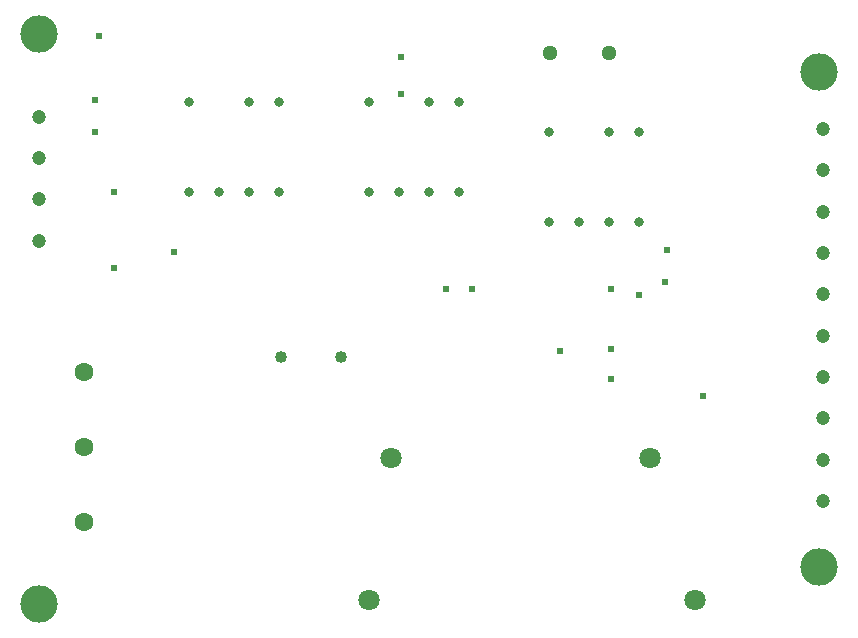
<source format=gko>
%
M48
M72
T01C0.0240
T02C0.0315
T03C0.0400
T04C0.0472
T05C0.0512
T06C0.0630
T07C0.0709
T08C0.1250
%
T01
X5618Y13618
X7618Y14180
X5618Y16180
X4993Y18180
X4993Y19243
X5118Y21368
X15180Y20680
X15180Y19430
X24055Y14243
X23993Y13180
X23118Y12743
X22180Y12930
X22180Y10930
X22180Y9930
X20493Y10868
X17555Y12930
X16680Y12930
X25243Y9368
T02
X8118Y16180
X9118Y16180
X10118Y16180
X11118Y16180
X14118Y16180
X15118Y16180
X16118Y16180
X17118Y16180
X20118Y15180
X21118Y15180
X22118Y15180
X23118Y15180
X23118Y18180
X22118Y18180
X20118Y18180
X17118Y19180
X16118Y19180
X14118Y19180
X11118Y19180
X10118Y19180
X8118Y19180
T03
X11180Y10680
X13180Y10680
T04
X3118Y14546
X3118Y15924
X3118Y17302
X3118Y18680
X29243Y5868
X29243Y7245
X29243Y8623
X29243Y10001
X29243Y11379
X29243Y12757
X29243Y14135
X29243Y15513
X29243Y16891
X29243Y18269
T05
X20149Y20805
X22118Y20805
T06
X4618Y5180
X4618Y7680
X4618Y10180
T07
X14831Y7292
X14122Y2568
X23492Y7292
X24988Y2568
T08
X3118Y2430
X3118Y21430
X29118Y3680
X29118Y20180
M30

</source>
